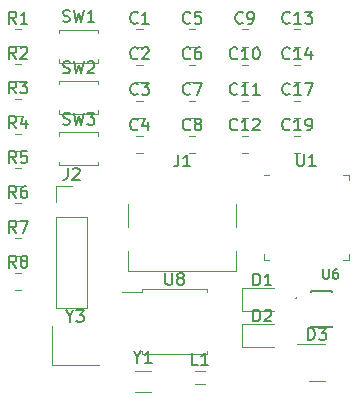
<source format=gbr>
%TF.GenerationSoftware,KiCad,Pcbnew,7.0.8*%
%TF.CreationDate,2023-10-22T22:03:38+02:00*%
%TF.ProjectId,Doodle Drive,446f6f64-6c65-4204-9472-6976652e6b69,1.0V*%
%TF.SameCoordinates,Original*%
%TF.FileFunction,Legend,Top*%
%TF.FilePolarity,Positive*%
%FSLAX46Y46*%
G04 Gerber Fmt 4.6, Leading zero omitted, Abs format (unit mm)*
G04 Created by KiCad (PCBNEW 7.0.8) date 2023-10-22 22:03:38*
%MOMM*%
%LPD*%
G01*
G04 APERTURE LIST*
%ADD10C,0.150000*%
%ADD11C,0.120000*%
%ADD12C,0.127000*%
%ADD13C,0.200000*%
G04 APERTURE END LIST*
D10*
X102789642Y-70719580D02*
X102742023Y-70767200D01*
X102742023Y-70767200D02*
X102599166Y-70814819D01*
X102599166Y-70814819D02*
X102503928Y-70814819D01*
X102503928Y-70814819D02*
X102361071Y-70767200D01*
X102361071Y-70767200D02*
X102265833Y-70671961D01*
X102265833Y-70671961D02*
X102218214Y-70576723D01*
X102218214Y-70576723D02*
X102170595Y-70386247D01*
X102170595Y-70386247D02*
X102170595Y-70243390D01*
X102170595Y-70243390D02*
X102218214Y-70052914D01*
X102218214Y-70052914D02*
X102265833Y-69957676D01*
X102265833Y-69957676D02*
X102361071Y-69862438D01*
X102361071Y-69862438D02*
X102503928Y-69814819D01*
X102503928Y-69814819D02*
X102599166Y-69814819D01*
X102599166Y-69814819D02*
X102742023Y-69862438D01*
X102742023Y-69862438D02*
X102789642Y-69910057D01*
X103742023Y-70814819D02*
X103170595Y-70814819D01*
X103456309Y-70814819D02*
X103456309Y-69814819D01*
X103456309Y-69814819D02*
X103361071Y-69957676D01*
X103361071Y-69957676D02*
X103265833Y-70052914D01*
X103265833Y-70052914D02*
X103170595Y-70100533D01*
X104361071Y-69814819D02*
X104456309Y-69814819D01*
X104456309Y-69814819D02*
X104551547Y-69862438D01*
X104551547Y-69862438D02*
X104599166Y-69910057D01*
X104599166Y-69910057D02*
X104646785Y-70005295D01*
X104646785Y-70005295D02*
X104694404Y-70195771D01*
X104694404Y-70195771D02*
X104694404Y-70433866D01*
X104694404Y-70433866D02*
X104646785Y-70624342D01*
X104646785Y-70624342D02*
X104599166Y-70719580D01*
X104599166Y-70719580D02*
X104551547Y-70767200D01*
X104551547Y-70767200D02*
X104456309Y-70814819D01*
X104456309Y-70814819D02*
X104361071Y-70814819D01*
X104361071Y-70814819D02*
X104265833Y-70767200D01*
X104265833Y-70767200D02*
X104218214Y-70719580D01*
X104218214Y-70719580D02*
X104170595Y-70624342D01*
X104170595Y-70624342D02*
X104122976Y-70433866D01*
X104122976Y-70433866D02*
X104122976Y-70195771D01*
X104122976Y-70195771D02*
X104170595Y-70005295D01*
X104170595Y-70005295D02*
X104218214Y-69910057D01*
X104218214Y-69910057D02*
X104265833Y-69862438D01*
X104265833Y-69862438D02*
X104361071Y-69814819D01*
X98815833Y-76739580D02*
X98768214Y-76787200D01*
X98768214Y-76787200D02*
X98625357Y-76834819D01*
X98625357Y-76834819D02*
X98530119Y-76834819D01*
X98530119Y-76834819D02*
X98387262Y-76787200D01*
X98387262Y-76787200D02*
X98292024Y-76691961D01*
X98292024Y-76691961D02*
X98244405Y-76596723D01*
X98244405Y-76596723D02*
X98196786Y-76406247D01*
X98196786Y-76406247D02*
X98196786Y-76263390D01*
X98196786Y-76263390D02*
X98244405Y-76072914D01*
X98244405Y-76072914D02*
X98292024Y-75977676D01*
X98292024Y-75977676D02*
X98387262Y-75882438D01*
X98387262Y-75882438D02*
X98530119Y-75834819D01*
X98530119Y-75834819D02*
X98625357Y-75834819D01*
X98625357Y-75834819D02*
X98768214Y-75882438D01*
X98768214Y-75882438D02*
X98815833Y-75930057D01*
X99387262Y-76263390D02*
X99292024Y-76215771D01*
X99292024Y-76215771D02*
X99244405Y-76168152D01*
X99244405Y-76168152D02*
X99196786Y-76072914D01*
X99196786Y-76072914D02*
X99196786Y-76025295D01*
X99196786Y-76025295D02*
X99244405Y-75930057D01*
X99244405Y-75930057D02*
X99292024Y-75882438D01*
X99292024Y-75882438D02*
X99387262Y-75834819D01*
X99387262Y-75834819D02*
X99577738Y-75834819D01*
X99577738Y-75834819D02*
X99672976Y-75882438D01*
X99672976Y-75882438D02*
X99720595Y-75930057D01*
X99720595Y-75930057D02*
X99768214Y-76025295D01*
X99768214Y-76025295D02*
X99768214Y-76072914D01*
X99768214Y-76072914D02*
X99720595Y-76168152D01*
X99720595Y-76168152D02*
X99672976Y-76215771D01*
X99672976Y-76215771D02*
X99577738Y-76263390D01*
X99577738Y-76263390D02*
X99387262Y-76263390D01*
X99387262Y-76263390D02*
X99292024Y-76311009D01*
X99292024Y-76311009D02*
X99244405Y-76358628D01*
X99244405Y-76358628D02*
X99196786Y-76453866D01*
X99196786Y-76453866D02*
X99196786Y-76644342D01*
X99196786Y-76644342D02*
X99244405Y-76739580D01*
X99244405Y-76739580D02*
X99292024Y-76787200D01*
X99292024Y-76787200D02*
X99387262Y-76834819D01*
X99387262Y-76834819D02*
X99577738Y-76834819D01*
X99577738Y-76834819D02*
X99672976Y-76787200D01*
X99672976Y-76787200D02*
X99720595Y-76739580D01*
X99720595Y-76739580D02*
X99768214Y-76644342D01*
X99768214Y-76644342D02*
X99768214Y-76453866D01*
X99768214Y-76453866D02*
X99720595Y-76358628D01*
X99720595Y-76358628D02*
X99672976Y-76311009D01*
X99672976Y-76311009D02*
X99577738Y-76263390D01*
X84085833Y-88454819D02*
X83752500Y-87978628D01*
X83514405Y-88454819D02*
X83514405Y-87454819D01*
X83514405Y-87454819D02*
X83895357Y-87454819D01*
X83895357Y-87454819D02*
X83990595Y-87502438D01*
X83990595Y-87502438D02*
X84038214Y-87550057D01*
X84038214Y-87550057D02*
X84085833Y-87645295D01*
X84085833Y-87645295D02*
X84085833Y-87788152D01*
X84085833Y-87788152D02*
X84038214Y-87883390D01*
X84038214Y-87883390D02*
X83990595Y-87931009D01*
X83990595Y-87931009D02*
X83895357Y-87978628D01*
X83895357Y-87978628D02*
X83514405Y-87978628D01*
X84657262Y-87883390D02*
X84562024Y-87835771D01*
X84562024Y-87835771D02*
X84514405Y-87788152D01*
X84514405Y-87788152D02*
X84466786Y-87692914D01*
X84466786Y-87692914D02*
X84466786Y-87645295D01*
X84466786Y-87645295D02*
X84514405Y-87550057D01*
X84514405Y-87550057D02*
X84562024Y-87502438D01*
X84562024Y-87502438D02*
X84657262Y-87454819D01*
X84657262Y-87454819D02*
X84847738Y-87454819D01*
X84847738Y-87454819D02*
X84942976Y-87502438D01*
X84942976Y-87502438D02*
X84990595Y-87550057D01*
X84990595Y-87550057D02*
X85038214Y-87645295D01*
X85038214Y-87645295D02*
X85038214Y-87692914D01*
X85038214Y-87692914D02*
X84990595Y-87788152D01*
X84990595Y-87788152D02*
X84942976Y-87835771D01*
X84942976Y-87835771D02*
X84847738Y-87883390D01*
X84847738Y-87883390D02*
X84657262Y-87883390D01*
X84657262Y-87883390D02*
X84562024Y-87931009D01*
X84562024Y-87931009D02*
X84514405Y-87978628D01*
X84514405Y-87978628D02*
X84466786Y-88073866D01*
X84466786Y-88073866D02*
X84466786Y-88264342D01*
X84466786Y-88264342D02*
X84514405Y-88359580D01*
X84514405Y-88359580D02*
X84562024Y-88407200D01*
X84562024Y-88407200D02*
X84657262Y-88454819D01*
X84657262Y-88454819D02*
X84847738Y-88454819D01*
X84847738Y-88454819D02*
X84942976Y-88407200D01*
X84942976Y-88407200D02*
X84990595Y-88359580D01*
X84990595Y-88359580D02*
X85038214Y-88264342D01*
X85038214Y-88264342D02*
X85038214Y-88073866D01*
X85038214Y-88073866D02*
X84990595Y-87978628D01*
X84990595Y-87978628D02*
X84942976Y-87931009D01*
X84942976Y-87931009D02*
X84847738Y-87883390D01*
X110090895Y-88608881D02*
X110090895Y-89256966D01*
X110090895Y-89256966D02*
X110129017Y-89333211D01*
X110129017Y-89333211D02*
X110167140Y-89371334D01*
X110167140Y-89371334D02*
X110243385Y-89409456D01*
X110243385Y-89409456D02*
X110395876Y-89409456D01*
X110395876Y-89409456D02*
X110472121Y-89371334D01*
X110472121Y-89371334D02*
X110510243Y-89333211D01*
X110510243Y-89333211D02*
X110548366Y-89256966D01*
X110548366Y-89256966D02*
X110548366Y-88608881D01*
X111272696Y-88608881D02*
X111120206Y-88608881D01*
X111120206Y-88608881D02*
X111043960Y-88647004D01*
X111043960Y-88647004D02*
X111005838Y-88685126D01*
X111005838Y-88685126D02*
X110929593Y-88799494D01*
X110929593Y-88799494D02*
X110891470Y-88951985D01*
X110891470Y-88951985D02*
X110891470Y-89256966D01*
X110891470Y-89256966D02*
X110929593Y-89333211D01*
X110929593Y-89333211D02*
X110967715Y-89371334D01*
X110967715Y-89371334D02*
X111043960Y-89409456D01*
X111043960Y-89409456D02*
X111196451Y-89409456D01*
X111196451Y-89409456D02*
X111272696Y-89371334D01*
X111272696Y-89371334D02*
X111310819Y-89333211D01*
X111310819Y-89333211D02*
X111348941Y-89256966D01*
X111348941Y-89256966D02*
X111348941Y-89066353D01*
X111348941Y-89066353D02*
X111310819Y-88990107D01*
X111310819Y-88990107D02*
X111272696Y-88951985D01*
X111272696Y-88951985D02*
X111196451Y-88913862D01*
X111196451Y-88913862D02*
X111043960Y-88913862D01*
X111043960Y-88913862D02*
X110967715Y-88951985D01*
X110967715Y-88951985D02*
X110929593Y-88990107D01*
X110929593Y-88990107D02*
X110891470Y-89066353D01*
X84085833Y-70754819D02*
X83752500Y-70278628D01*
X83514405Y-70754819D02*
X83514405Y-69754819D01*
X83514405Y-69754819D02*
X83895357Y-69754819D01*
X83895357Y-69754819D02*
X83990595Y-69802438D01*
X83990595Y-69802438D02*
X84038214Y-69850057D01*
X84038214Y-69850057D02*
X84085833Y-69945295D01*
X84085833Y-69945295D02*
X84085833Y-70088152D01*
X84085833Y-70088152D02*
X84038214Y-70183390D01*
X84038214Y-70183390D02*
X83990595Y-70231009D01*
X83990595Y-70231009D02*
X83895357Y-70278628D01*
X83895357Y-70278628D02*
X83514405Y-70278628D01*
X84466786Y-69850057D02*
X84514405Y-69802438D01*
X84514405Y-69802438D02*
X84609643Y-69754819D01*
X84609643Y-69754819D02*
X84847738Y-69754819D01*
X84847738Y-69754819D02*
X84942976Y-69802438D01*
X84942976Y-69802438D02*
X84990595Y-69850057D01*
X84990595Y-69850057D02*
X85038214Y-69945295D01*
X85038214Y-69945295D02*
X85038214Y-70040533D01*
X85038214Y-70040533D02*
X84990595Y-70183390D01*
X84990595Y-70183390D02*
X84419167Y-70754819D01*
X84419167Y-70754819D02*
X85038214Y-70754819D01*
X84085833Y-67804819D02*
X83752500Y-67328628D01*
X83514405Y-67804819D02*
X83514405Y-66804819D01*
X83514405Y-66804819D02*
X83895357Y-66804819D01*
X83895357Y-66804819D02*
X83990595Y-66852438D01*
X83990595Y-66852438D02*
X84038214Y-66900057D01*
X84038214Y-66900057D02*
X84085833Y-66995295D01*
X84085833Y-66995295D02*
X84085833Y-67138152D01*
X84085833Y-67138152D02*
X84038214Y-67233390D01*
X84038214Y-67233390D02*
X83990595Y-67281009D01*
X83990595Y-67281009D02*
X83895357Y-67328628D01*
X83895357Y-67328628D02*
X83514405Y-67328628D01*
X85038214Y-67804819D02*
X84466786Y-67804819D01*
X84752500Y-67804819D02*
X84752500Y-66804819D01*
X84752500Y-66804819D02*
X84657262Y-66947676D01*
X84657262Y-66947676D02*
X84562024Y-67042914D01*
X84562024Y-67042914D02*
X84466786Y-67090533D01*
X98815833Y-70719580D02*
X98768214Y-70767200D01*
X98768214Y-70767200D02*
X98625357Y-70814819D01*
X98625357Y-70814819D02*
X98530119Y-70814819D01*
X98530119Y-70814819D02*
X98387262Y-70767200D01*
X98387262Y-70767200D02*
X98292024Y-70671961D01*
X98292024Y-70671961D02*
X98244405Y-70576723D01*
X98244405Y-70576723D02*
X98196786Y-70386247D01*
X98196786Y-70386247D02*
X98196786Y-70243390D01*
X98196786Y-70243390D02*
X98244405Y-70052914D01*
X98244405Y-70052914D02*
X98292024Y-69957676D01*
X98292024Y-69957676D02*
X98387262Y-69862438D01*
X98387262Y-69862438D02*
X98530119Y-69814819D01*
X98530119Y-69814819D02*
X98625357Y-69814819D01*
X98625357Y-69814819D02*
X98768214Y-69862438D01*
X98768214Y-69862438D02*
X98815833Y-69910057D01*
X99672976Y-69814819D02*
X99482500Y-69814819D01*
X99482500Y-69814819D02*
X99387262Y-69862438D01*
X99387262Y-69862438D02*
X99339643Y-69910057D01*
X99339643Y-69910057D02*
X99244405Y-70052914D01*
X99244405Y-70052914D02*
X99196786Y-70243390D01*
X99196786Y-70243390D02*
X99196786Y-70624342D01*
X99196786Y-70624342D02*
X99244405Y-70719580D01*
X99244405Y-70719580D02*
X99292024Y-70767200D01*
X99292024Y-70767200D02*
X99387262Y-70814819D01*
X99387262Y-70814819D02*
X99577738Y-70814819D01*
X99577738Y-70814819D02*
X99672976Y-70767200D01*
X99672976Y-70767200D02*
X99720595Y-70719580D01*
X99720595Y-70719580D02*
X99768214Y-70624342D01*
X99768214Y-70624342D02*
X99768214Y-70386247D01*
X99768214Y-70386247D02*
X99720595Y-70291009D01*
X99720595Y-70291009D02*
X99672976Y-70243390D01*
X99672976Y-70243390D02*
X99577738Y-70195771D01*
X99577738Y-70195771D02*
X99387262Y-70195771D01*
X99387262Y-70195771D02*
X99292024Y-70243390D01*
X99292024Y-70243390D02*
X99244405Y-70291009D01*
X99244405Y-70291009D02*
X99196786Y-70386247D01*
X94356309Y-96068628D02*
X94356309Y-96544819D01*
X94022976Y-95544819D02*
X94356309Y-96068628D01*
X94356309Y-96068628D02*
X94689642Y-95544819D01*
X95546785Y-96544819D02*
X94975357Y-96544819D01*
X95261071Y-96544819D02*
X95261071Y-95544819D01*
X95261071Y-95544819D02*
X95165833Y-95687676D01*
X95165833Y-95687676D02*
X95070595Y-95782914D01*
X95070595Y-95782914D02*
X94975357Y-95830533D01*
X104164405Y-89969819D02*
X104164405Y-88969819D01*
X104164405Y-88969819D02*
X104402500Y-88969819D01*
X104402500Y-88969819D02*
X104545357Y-89017438D01*
X104545357Y-89017438D02*
X104640595Y-89112676D01*
X104640595Y-89112676D02*
X104688214Y-89207914D01*
X104688214Y-89207914D02*
X104735833Y-89398390D01*
X104735833Y-89398390D02*
X104735833Y-89541247D01*
X104735833Y-89541247D02*
X104688214Y-89731723D01*
X104688214Y-89731723D02*
X104640595Y-89826961D01*
X104640595Y-89826961D02*
X104545357Y-89922200D01*
X104545357Y-89922200D02*
X104402500Y-89969819D01*
X104402500Y-89969819D02*
X104164405Y-89969819D01*
X105688214Y-89969819D02*
X105116786Y-89969819D01*
X105402500Y-89969819D02*
X105402500Y-88969819D01*
X105402500Y-88969819D02*
X105307262Y-89112676D01*
X105307262Y-89112676D02*
X105212024Y-89207914D01*
X105212024Y-89207914D02*
X105116786Y-89255533D01*
X94365833Y-76739580D02*
X94318214Y-76787200D01*
X94318214Y-76787200D02*
X94175357Y-76834819D01*
X94175357Y-76834819D02*
X94080119Y-76834819D01*
X94080119Y-76834819D02*
X93937262Y-76787200D01*
X93937262Y-76787200D02*
X93842024Y-76691961D01*
X93842024Y-76691961D02*
X93794405Y-76596723D01*
X93794405Y-76596723D02*
X93746786Y-76406247D01*
X93746786Y-76406247D02*
X93746786Y-76263390D01*
X93746786Y-76263390D02*
X93794405Y-76072914D01*
X93794405Y-76072914D02*
X93842024Y-75977676D01*
X93842024Y-75977676D02*
X93937262Y-75882438D01*
X93937262Y-75882438D02*
X94080119Y-75834819D01*
X94080119Y-75834819D02*
X94175357Y-75834819D01*
X94175357Y-75834819D02*
X94318214Y-75882438D01*
X94318214Y-75882438D02*
X94365833Y-75930057D01*
X95222976Y-76168152D02*
X95222976Y-76834819D01*
X94984881Y-75787200D02*
X94746786Y-76501485D01*
X94746786Y-76501485D02*
X95365833Y-76501485D01*
X107239642Y-73729580D02*
X107192023Y-73777200D01*
X107192023Y-73777200D02*
X107049166Y-73824819D01*
X107049166Y-73824819D02*
X106953928Y-73824819D01*
X106953928Y-73824819D02*
X106811071Y-73777200D01*
X106811071Y-73777200D02*
X106715833Y-73681961D01*
X106715833Y-73681961D02*
X106668214Y-73586723D01*
X106668214Y-73586723D02*
X106620595Y-73396247D01*
X106620595Y-73396247D02*
X106620595Y-73253390D01*
X106620595Y-73253390D02*
X106668214Y-73062914D01*
X106668214Y-73062914D02*
X106715833Y-72967676D01*
X106715833Y-72967676D02*
X106811071Y-72872438D01*
X106811071Y-72872438D02*
X106953928Y-72824819D01*
X106953928Y-72824819D02*
X107049166Y-72824819D01*
X107049166Y-72824819D02*
X107192023Y-72872438D01*
X107192023Y-72872438D02*
X107239642Y-72920057D01*
X108192023Y-73824819D02*
X107620595Y-73824819D01*
X107906309Y-73824819D02*
X107906309Y-72824819D01*
X107906309Y-72824819D02*
X107811071Y-72967676D01*
X107811071Y-72967676D02*
X107715833Y-73062914D01*
X107715833Y-73062914D02*
X107620595Y-73110533D01*
X108525357Y-72824819D02*
X109192023Y-72824819D01*
X109192023Y-72824819D02*
X108763452Y-73824819D01*
X103265833Y-67709580D02*
X103218214Y-67757200D01*
X103218214Y-67757200D02*
X103075357Y-67804819D01*
X103075357Y-67804819D02*
X102980119Y-67804819D01*
X102980119Y-67804819D02*
X102837262Y-67757200D01*
X102837262Y-67757200D02*
X102742024Y-67661961D01*
X102742024Y-67661961D02*
X102694405Y-67566723D01*
X102694405Y-67566723D02*
X102646786Y-67376247D01*
X102646786Y-67376247D02*
X102646786Y-67233390D01*
X102646786Y-67233390D02*
X102694405Y-67042914D01*
X102694405Y-67042914D02*
X102742024Y-66947676D01*
X102742024Y-66947676D02*
X102837262Y-66852438D01*
X102837262Y-66852438D02*
X102980119Y-66804819D01*
X102980119Y-66804819D02*
X103075357Y-66804819D01*
X103075357Y-66804819D02*
X103218214Y-66852438D01*
X103218214Y-66852438D02*
X103265833Y-66900057D01*
X103742024Y-67804819D02*
X103932500Y-67804819D01*
X103932500Y-67804819D02*
X104027738Y-67757200D01*
X104027738Y-67757200D02*
X104075357Y-67709580D01*
X104075357Y-67709580D02*
X104170595Y-67566723D01*
X104170595Y-67566723D02*
X104218214Y-67376247D01*
X104218214Y-67376247D02*
X104218214Y-66995295D01*
X104218214Y-66995295D02*
X104170595Y-66900057D01*
X104170595Y-66900057D02*
X104122976Y-66852438D01*
X104122976Y-66852438D02*
X104027738Y-66804819D01*
X104027738Y-66804819D02*
X103837262Y-66804819D01*
X103837262Y-66804819D02*
X103742024Y-66852438D01*
X103742024Y-66852438D02*
X103694405Y-66900057D01*
X103694405Y-66900057D02*
X103646786Y-66995295D01*
X103646786Y-66995295D02*
X103646786Y-67233390D01*
X103646786Y-67233390D02*
X103694405Y-67328628D01*
X103694405Y-67328628D02*
X103742024Y-67376247D01*
X103742024Y-67376247D02*
X103837262Y-67423866D01*
X103837262Y-67423866D02*
X104027738Y-67423866D01*
X104027738Y-67423866D02*
X104122976Y-67376247D01*
X104122976Y-67376247D02*
X104170595Y-67328628D01*
X104170595Y-67328628D02*
X104218214Y-67233390D01*
X84085833Y-82554819D02*
X83752500Y-82078628D01*
X83514405Y-82554819D02*
X83514405Y-81554819D01*
X83514405Y-81554819D02*
X83895357Y-81554819D01*
X83895357Y-81554819D02*
X83990595Y-81602438D01*
X83990595Y-81602438D02*
X84038214Y-81650057D01*
X84038214Y-81650057D02*
X84085833Y-81745295D01*
X84085833Y-81745295D02*
X84085833Y-81888152D01*
X84085833Y-81888152D02*
X84038214Y-81983390D01*
X84038214Y-81983390D02*
X83990595Y-82031009D01*
X83990595Y-82031009D02*
X83895357Y-82078628D01*
X83895357Y-82078628D02*
X83514405Y-82078628D01*
X84942976Y-81554819D02*
X84752500Y-81554819D01*
X84752500Y-81554819D02*
X84657262Y-81602438D01*
X84657262Y-81602438D02*
X84609643Y-81650057D01*
X84609643Y-81650057D02*
X84514405Y-81792914D01*
X84514405Y-81792914D02*
X84466786Y-81983390D01*
X84466786Y-81983390D02*
X84466786Y-82364342D01*
X84466786Y-82364342D02*
X84514405Y-82459580D01*
X84514405Y-82459580D02*
X84562024Y-82507200D01*
X84562024Y-82507200D02*
X84657262Y-82554819D01*
X84657262Y-82554819D02*
X84847738Y-82554819D01*
X84847738Y-82554819D02*
X84942976Y-82507200D01*
X84942976Y-82507200D02*
X84990595Y-82459580D01*
X84990595Y-82459580D02*
X85038214Y-82364342D01*
X85038214Y-82364342D02*
X85038214Y-82126247D01*
X85038214Y-82126247D02*
X84990595Y-82031009D01*
X84990595Y-82031009D02*
X84942976Y-81983390D01*
X84942976Y-81983390D02*
X84847738Y-81935771D01*
X84847738Y-81935771D02*
X84657262Y-81935771D01*
X84657262Y-81935771D02*
X84562024Y-81983390D01*
X84562024Y-81983390D02*
X84514405Y-82031009D01*
X84514405Y-82031009D02*
X84466786Y-82126247D01*
X102789642Y-76739580D02*
X102742023Y-76787200D01*
X102742023Y-76787200D02*
X102599166Y-76834819D01*
X102599166Y-76834819D02*
X102503928Y-76834819D01*
X102503928Y-76834819D02*
X102361071Y-76787200D01*
X102361071Y-76787200D02*
X102265833Y-76691961D01*
X102265833Y-76691961D02*
X102218214Y-76596723D01*
X102218214Y-76596723D02*
X102170595Y-76406247D01*
X102170595Y-76406247D02*
X102170595Y-76263390D01*
X102170595Y-76263390D02*
X102218214Y-76072914D01*
X102218214Y-76072914D02*
X102265833Y-75977676D01*
X102265833Y-75977676D02*
X102361071Y-75882438D01*
X102361071Y-75882438D02*
X102503928Y-75834819D01*
X102503928Y-75834819D02*
X102599166Y-75834819D01*
X102599166Y-75834819D02*
X102742023Y-75882438D01*
X102742023Y-75882438D02*
X102789642Y-75930057D01*
X103742023Y-76834819D02*
X103170595Y-76834819D01*
X103456309Y-76834819D02*
X103456309Y-75834819D01*
X103456309Y-75834819D02*
X103361071Y-75977676D01*
X103361071Y-75977676D02*
X103265833Y-76072914D01*
X103265833Y-76072914D02*
X103170595Y-76120533D01*
X104122976Y-75930057D02*
X104170595Y-75882438D01*
X104170595Y-75882438D02*
X104265833Y-75834819D01*
X104265833Y-75834819D02*
X104503928Y-75834819D01*
X104503928Y-75834819D02*
X104599166Y-75882438D01*
X104599166Y-75882438D02*
X104646785Y-75930057D01*
X104646785Y-75930057D02*
X104694404Y-76025295D01*
X104694404Y-76025295D02*
X104694404Y-76120533D01*
X104694404Y-76120533D02*
X104646785Y-76263390D01*
X104646785Y-76263390D02*
X104075357Y-76834819D01*
X104075357Y-76834819D02*
X104694404Y-76834819D01*
X97819166Y-78894819D02*
X97819166Y-79609104D01*
X97819166Y-79609104D02*
X97771547Y-79751961D01*
X97771547Y-79751961D02*
X97676309Y-79847200D01*
X97676309Y-79847200D02*
X97533452Y-79894819D01*
X97533452Y-79894819D02*
X97438214Y-79894819D01*
X98819166Y-79894819D02*
X98247738Y-79894819D01*
X98533452Y-79894819D02*
X98533452Y-78894819D01*
X98533452Y-78894819D02*
X98438214Y-79037676D01*
X98438214Y-79037676D02*
X98342976Y-79132914D01*
X98342976Y-79132914D02*
X98247738Y-79180533D01*
X107239642Y-67709580D02*
X107192023Y-67757200D01*
X107192023Y-67757200D02*
X107049166Y-67804819D01*
X107049166Y-67804819D02*
X106953928Y-67804819D01*
X106953928Y-67804819D02*
X106811071Y-67757200D01*
X106811071Y-67757200D02*
X106715833Y-67661961D01*
X106715833Y-67661961D02*
X106668214Y-67566723D01*
X106668214Y-67566723D02*
X106620595Y-67376247D01*
X106620595Y-67376247D02*
X106620595Y-67233390D01*
X106620595Y-67233390D02*
X106668214Y-67042914D01*
X106668214Y-67042914D02*
X106715833Y-66947676D01*
X106715833Y-66947676D02*
X106811071Y-66852438D01*
X106811071Y-66852438D02*
X106953928Y-66804819D01*
X106953928Y-66804819D02*
X107049166Y-66804819D01*
X107049166Y-66804819D02*
X107192023Y-66852438D01*
X107192023Y-66852438D02*
X107239642Y-66900057D01*
X108192023Y-67804819D02*
X107620595Y-67804819D01*
X107906309Y-67804819D02*
X107906309Y-66804819D01*
X107906309Y-66804819D02*
X107811071Y-66947676D01*
X107811071Y-66947676D02*
X107715833Y-67042914D01*
X107715833Y-67042914D02*
X107620595Y-67090533D01*
X108525357Y-66804819D02*
X109144404Y-66804819D01*
X109144404Y-66804819D02*
X108811071Y-67185771D01*
X108811071Y-67185771D02*
X108953928Y-67185771D01*
X108953928Y-67185771D02*
X109049166Y-67233390D01*
X109049166Y-67233390D02*
X109096785Y-67281009D01*
X109096785Y-67281009D02*
X109144404Y-67376247D01*
X109144404Y-67376247D02*
X109144404Y-67614342D01*
X109144404Y-67614342D02*
X109096785Y-67709580D01*
X109096785Y-67709580D02*
X109049166Y-67757200D01*
X109049166Y-67757200D02*
X108953928Y-67804819D01*
X108953928Y-67804819D02*
X108668214Y-67804819D01*
X108668214Y-67804819D02*
X108572976Y-67757200D01*
X108572976Y-67757200D02*
X108525357Y-67709580D01*
X99465833Y-96694819D02*
X98989643Y-96694819D01*
X98989643Y-96694819D02*
X98989643Y-95694819D01*
X100322976Y-96694819D02*
X99751548Y-96694819D01*
X100037262Y-96694819D02*
X100037262Y-95694819D01*
X100037262Y-95694819D02*
X99942024Y-95837676D01*
X99942024Y-95837676D02*
X99846786Y-95932914D01*
X99846786Y-95932914D02*
X99751548Y-95980533D01*
X102789642Y-73729580D02*
X102742023Y-73777200D01*
X102742023Y-73777200D02*
X102599166Y-73824819D01*
X102599166Y-73824819D02*
X102503928Y-73824819D01*
X102503928Y-73824819D02*
X102361071Y-73777200D01*
X102361071Y-73777200D02*
X102265833Y-73681961D01*
X102265833Y-73681961D02*
X102218214Y-73586723D01*
X102218214Y-73586723D02*
X102170595Y-73396247D01*
X102170595Y-73396247D02*
X102170595Y-73253390D01*
X102170595Y-73253390D02*
X102218214Y-73062914D01*
X102218214Y-73062914D02*
X102265833Y-72967676D01*
X102265833Y-72967676D02*
X102361071Y-72872438D01*
X102361071Y-72872438D02*
X102503928Y-72824819D01*
X102503928Y-72824819D02*
X102599166Y-72824819D01*
X102599166Y-72824819D02*
X102742023Y-72872438D01*
X102742023Y-72872438D02*
X102789642Y-72920057D01*
X103742023Y-73824819D02*
X103170595Y-73824819D01*
X103456309Y-73824819D02*
X103456309Y-72824819D01*
X103456309Y-72824819D02*
X103361071Y-72967676D01*
X103361071Y-72967676D02*
X103265833Y-73062914D01*
X103265833Y-73062914D02*
X103170595Y-73110533D01*
X104694404Y-73824819D02*
X104122976Y-73824819D01*
X104408690Y-73824819D02*
X104408690Y-72824819D01*
X104408690Y-72824819D02*
X104313452Y-72967676D01*
X104313452Y-72967676D02*
X104218214Y-73062914D01*
X104218214Y-73062914D02*
X104122976Y-73110533D01*
X98815833Y-73729580D02*
X98768214Y-73777200D01*
X98768214Y-73777200D02*
X98625357Y-73824819D01*
X98625357Y-73824819D02*
X98530119Y-73824819D01*
X98530119Y-73824819D02*
X98387262Y-73777200D01*
X98387262Y-73777200D02*
X98292024Y-73681961D01*
X98292024Y-73681961D02*
X98244405Y-73586723D01*
X98244405Y-73586723D02*
X98196786Y-73396247D01*
X98196786Y-73396247D02*
X98196786Y-73253390D01*
X98196786Y-73253390D02*
X98244405Y-73062914D01*
X98244405Y-73062914D02*
X98292024Y-72967676D01*
X98292024Y-72967676D02*
X98387262Y-72872438D01*
X98387262Y-72872438D02*
X98530119Y-72824819D01*
X98530119Y-72824819D02*
X98625357Y-72824819D01*
X98625357Y-72824819D02*
X98768214Y-72872438D01*
X98768214Y-72872438D02*
X98815833Y-72920057D01*
X99149167Y-72824819D02*
X99815833Y-72824819D01*
X99815833Y-72824819D02*
X99387262Y-73824819D01*
X104164405Y-93009819D02*
X104164405Y-92009819D01*
X104164405Y-92009819D02*
X104402500Y-92009819D01*
X104402500Y-92009819D02*
X104545357Y-92057438D01*
X104545357Y-92057438D02*
X104640595Y-92152676D01*
X104640595Y-92152676D02*
X104688214Y-92247914D01*
X104688214Y-92247914D02*
X104735833Y-92438390D01*
X104735833Y-92438390D02*
X104735833Y-92581247D01*
X104735833Y-92581247D02*
X104688214Y-92771723D01*
X104688214Y-92771723D02*
X104640595Y-92866961D01*
X104640595Y-92866961D02*
X104545357Y-92962200D01*
X104545357Y-92962200D02*
X104402500Y-93009819D01*
X104402500Y-93009819D02*
X104164405Y-93009819D01*
X105116786Y-92105057D02*
X105164405Y-92057438D01*
X105164405Y-92057438D02*
X105259643Y-92009819D01*
X105259643Y-92009819D02*
X105497738Y-92009819D01*
X105497738Y-92009819D02*
X105592976Y-92057438D01*
X105592976Y-92057438D02*
X105640595Y-92105057D01*
X105640595Y-92105057D02*
X105688214Y-92200295D01*
X105688214Y-92200295D02*
X105688214Y-92295533D01*
X105688214Y-92295533D02*
X105640595Y-92438390D01*
X105640595Y-92438390D02*
X105069167Y-93009819D01*
X105069167Y-93009819D02*
X105688214Y-93009819D01*
X84085833Y-79604819D02*
X83752500Y-79128628D01*
X83514405Y-79604819D02*
X83514405Y-78604819D01*
X83514405Y-78604819D02*
X83895357Y-78604819D01*
X83895357Y-78604819D02*
X83990595Y-78652438D01*
X83990595Y-78652438D02*
X84038214Y-78700057D01*
X84038214Y-78700057D02*
X84085833Y-78795295D01*
X84085833Y-78795295D02*
X84085833Y-78938152D01*
X84085833Y-78938152D02*
X84038214Y-79033390D01*
X84038214Y-79033390D02*
X83990595Y-79081009D01*
X83990595Y-79081009D02*
X83895357Y-79128628D01*
X83895357Y-79128628D02*
X83514405Y-79128628D01*
X84990595Y-78604819D02*
X84514405Y-78604819D01*
X84514405Y-78604819D02*
X84466786Y-79081009D01*
X84466786Y-79081009D02*
X84514405Y-79033390D01*
X84514405Y-79033390D02*
X84609643Y-78985771D01*
X84609643Y-78985771D02*
X84847738Y-78985771D01*
X84847738Y-78985771D02*
X84942976Y-79033390D01*
X84942976Y-79033390D02*
X84990595Y-79081009D01*
X84990595Y-79081009D02*
X85038214Y-79176247D01*
X85038214Y-79176247D02*
X85038214Y-79414342D01*
X85038214Y-79414342D02*
X84990595Y-79509580D01*
X84990595Y-79509580D02*
X84942976Y-79557200D01*
X84942976Y-79557200D02*
X84847738Y-79604819D01*
X84847738Y-79604819D02*
X84609643Y-79604819D01*
X84609643Y-79604819D02*
X84514405Y-79557200D01*
X84514405Y-79557200D02*
X84466786Y-79509580D01*
X94365833Y-67709580D02*
X94318214Y-67757200D01*
X94318214Y-67757200D02*
X94175357Y-67804819D01*
X94175357Y-67804819D02*
X94080119Y-67804819D01*
X94080119Y-67804819D02*
X93937262Y-67757200D01*
X93937262Y-67757200D02*
X93842024Y-67661961D01*
X93842024Y-67661961D02*
X93794405Y-67566723D01*
X93794405Y-67566723D02*
X93746786Y-67376247D01*
X93746786Y-67376247D02*
X93746786Y-67233390D01*
X93746786Y-67233390D02*
X93794405Y-67042914D01*
X93794405Y-67042914D02*
X93842024Y-66947676D01*
X93842024Y-66947676D02*
X93937262Y-66852438D01*
X93937262Y-66852438D02*
X94080119Y-66804819D01*
X94080119Y-66804819D02*
X94175357Y-66804819D01*
X94175357Y-66804819D02*
X94318214Y-66852438D01*
X94318214Y-66852438D02*
X94365833Y-66900057D01*
X95318214Y-67804819D02*
X94746786Y-67804819D01*
X95032500Y-67804819D02*
X95032500Y-66804819D01*
X95032500Y-66804819D02*
X94937262Y-66947676D01*
X94937262Y-66947676D02*
X94842024Y-67042914D01*
X94842024Y-67042914D02*
X94746786Y-67090533D01*
X107239642Y-70719580D02*
X107192023Y-70767200D01*
X107192023Y-70767200D02*
X107049166Y-70814819D01*
X107049166Y-70814819D02*
X106953928Y-70814819D01*
X106953928Y-70814819D02*
X106811071Y-70767200D01*
X106811071Y-70767200D02*
X106715833Y-70671961D01*
X106715833Y-70671961D02*
X106668214Y-70576723D01*
X106668214Y-70576723D02*
X106620595Y-70386247D01*
X106620595Y-70386247D02*
X106620595Y-70243390D01*
X106620595Y-70243390D02*
X106668214Y-70052914D01*
X106668214Y-70052914D02*
X106715833Y-69957676D01*
X106715833Y-69957676D02*
X106811071Y-69862438D01*
X106811071Y-69862438D02*
X106953928Y-69814819D01*
X106953928Y-69814819D02*
X107049166Y-69814819D01*
X107049166Y-69814819D02*
X107192023Y-69862438D01*
X107192023Y-69862438D02*
X107239642Y-69910057D01*
X108192023Y-70814819D02*
X107620595Y-70814819D01*
X107906309Y-70814819D02*
X107906309Y-69814819D01*
X107906309Y-69814819D02*
X107811071Y-69957676D01*
X107811071Y-69957676D02*
X107715833Y-70052914D01*
X107715833Y-70052914D02*
X107620595Y-70100533D01*
X109049166Y-70148152D02*
X109049166Y-70814819D01*
X108811071Y-69767200D02*
X108572976Y-70481485D01*
X108572976Y-70481485D02*
X109192023Y-70481485D01*
X88049167Y-71957200D02*
X88192024Y-72004819D01*
X88192024Y-72004819D02*
X88430119Y-72004819D01*
X88430119Y-72004819D02*
X88525357Y-71957200D01*
X88525357Y-71957200D02*
X88572976Y-71909580D01*
X88572976Y-71909580D02*
X88620595Y-71814342D01*
X88620595Y-71814342D02*
X88620595Y-71719104D01*
X88620595Y-71719104D02*
X88572976Y-71623866D01*
X88572976Y-71623866D02*
X88525357Y-71576247D01*
X88525357Y-71576247D02*
X88430119Y-71528628D01*
X88430119Y-71528628D02*
X88239643Y-71481009D01*
X88239643Y-71481009D02*
X88144405Y-71433390D01*
X88144405Y-71433390D02*
X88096786Y-71385771D01*
X88096786Y-71385771D02*
X88049167Y-71290533D01*
X88049167Y-71290533D02*
X88049167Y-71195295D01*
X88049167Y-71195295D02*
X88096786Y-71100057D01*
X88096786Y-71100057D02*
X88144405Y-71052438D01*
X88144405Y-71052438D02*
X88239643Y-71004819D01*
X88239643Y-71004819D02*
X88477738Y-71004819D01*
X88477738Y-71004819D02*
X88620595Y-71052438D01*
X88953929Y-71004819D02*
X89192024Y-72004819D01*
X89192024Y-72004819D02*
X89382500Y-71290533D01*
X89382500Y-71290533D02*
X89572976Y-72004819D01*
X89572976Y-72004819D02*
X89811072Y-71004819D01*
X90144405Y-71100057D02*
X90192024Y-71052438D01*
X90192024Y-71052438D02*
X90287262Y-71004819D01*
X90287262Y-71004819D02*
X90525357Y-71004819D01*
X90525357Y-71004819D02*
X90620595Y-71052438D01*
X90620595Y-71052438D02*
X90668214Y-71100057D01*
X90668214Y-71100057D02*
X90715833Y-71195295D01*
X90715833Y-71195295D02*
X90715833Y-71290533D01*
X90715833Y-71290533D02*
X90668214Y-71433390D01*
X90668214Y-71433390D02*
X90096786Y-72004819D01*
X90096786Y-72004819D02*
X90715833Y-72004819D01*
X94365833Y-73729580D02*
X94318214Y-73777200D01*
X94318214Y-73777200D02*
X94175357Y-73824819D01*
X94175357Y-73824819D02*
X94080119Y-73824819D01*
X94080119Y-73824819D02*
X93937262Y-73777200D01*
X93937262Y-73777200D02*
X93842024Y-73681961D01*
X93842024Y-73681961D02*
X93794405Y-73586723D01*
X93794405Y-73586723D02*
X93746786Y-73396247D01*
X93746786Y-73396247D02*
X93746786Y-73253390D01*
X93746786Y-73253390D02*
X93794405Y-73062914D01*
X93794405Y-73062914D02*
X93842024Y-72967676D01*
X93842024Y-72967676D02*
X93937262Y-72872438D01*
X93937262Y-72872438D02*
X94080119Y-72824819D01*
X94080119Y-72824819D02*
X94175357Y-72824819D01*
X94175357Y-72824819D02*
X94318214Y-72872438D01*
X94318214Y-72872438D02*
X94365833Y-72920057D01*
X94699167Y-72824819D02*
X95318214Y-72824819D01*
X95318214Y-72824819D02*
X94984881Y-73205771D01*
X94984881Y-73205771D02*
X95127738Y-73205771D01*
X95127738Y-73205771D02*
X95222976Y-73253390D01*
X95222976Y-73253390D02*
X95270595Y-73301009D01*
X95270595Y-73301009D02*
X95318214Y-73396247D01*
X95318214Y-73396247D02*
X95318214Y-73634342D01*
X95318214Y-73634342D02*
X95270595Y-73729580D01*
X95270595Y-73729580D02*
X95222976Y-73777200D01*
X95222976Y-73777200D02*
X95127738Y-73824819D01*
X95127738Y-73824819D02*
X94842024Y-73824819D01*
X94842024Y-73824819D02*
X94746786Y-73777200D01*
X94746786Y-73777200D02*
X94699167Y-73729580D01*
X98815833Y-67709580D02*
X98768214Y-67757200D01*
X98768214Y-67757200D02*
X98625357Y-67804819D01*
X98625357Y-67804819D02*
X98530119Y-67804819D01*
X98530119Y-67804819D02*
X98387262Y-67757200D01*
X98387262Y-67757200D02*
X98292024Y-67661961D01*
X98292024Y-67661961D02*
X98244405Y-67566723D01*
X98244405Y-67566723D02*
X98196786Y-67376247D01*
X98196786Y-67376247D02*
X98196786Y-67233390D01*
X98196786Y-67233390D02*
X98244405Y-67042914D01*
X98244405Y-67042914D02*
X98292024Y-66947676D01*
X98292024Y-66947676D02*
X98387262Y-66852438D01*
X98387262Y-66852438D02*
X98530119Y-66804819D01*
X98530119Y-66804819D02*
X98625357Y-66804819D01*
X98625357Y-66804819D02*
X98768214Y-66852438D01*
X98768214Y-66852438D02*
X98815833Y-66900057D01*
X99720595Y-66804819D02*
X99244405Y-66804819D01*
X99244405Y-66804819D02*
X99196786Y-67281009D01*
X99196786Y-67281009D02*
X99244405Y-67233390D01*
X99244405Y-67233390D02*
X99339643Y-67185771D01*
X99339643Y-67185771D02*
X99577738Y-67185771D01*
X99577738Y-67185771D02*
X99672976Y-67233390D01*
X99672976Y-67233390D02*
X99720595Y-67281009D01*
X99720595Y-67281009D02*
X99768214Y-67376247D01*
X99768214Y-67376247D02*
X99768214Y-67614342D01*
X99768214Y-67614342D02*
X99720595Y-67709580D01*
X99720595Y-67709580D02*
X99672976Y-67757200D01*
X99672976Y-67757200D02*
X99577738Y-67804819D01*
X99577738Y-67804819D02*
X99339643Y-67804819D01*
X99339643Y-67804819D02*
X99244405Y-67757200D01*
X99244405Y-67757200D02*
X99196786Y-67709580D01*
X94365833Y-70719580D02*
X94318214Y-70767200D01*
X94318214Y-70767200D02*
X94175357Y-70814819D01*
X94175357Y-70814819D02*
X94080119Y-70814819D01*
X94080119Y-70814819D02*
X93937262Y-70767200D01*
X93937262Y-70767200D02*
X93842024Y-70671961D01*
X93842024Y-70671961D02*
X93794405Y-70576723D01*
X93794405Y-70576723D02*
X93746786Y-70386247D01*
X93746786Y-70386247D02*
X93746786Y-70243390D01*
X93746786Y-70243390D02*
X93794405Y-70052914D01*
X93794405Y-70052914D02*
X93842024Y-69957676D01*
X93842024Y-69957676D02*
X93937262Y-69862438D01*
X93937262Y-69862438D02*
X94080119Y-69814819D01*
X94080119Y-69814819D02*
X94175357Y-69814819D01*
X94175357Y-69814819D02*
X94318214Y-69862438D01*
X94318214Y-69862438D02*
X94365833Y-69910057D01*
X94746786Y-69910057D02*
X94794405Y-69862438D01*
X94794405Y-69862438D02*
X94889643Y-69814819D01*
X94889643Y-69814819D02*
X95127738Y-69814819D01*
X95127738Y-69814819D02*
X95222976Y-69862438D01*
X95222976Y-69862438D02*
X95270595Y-69910057D01*
X95270595Y-69910057D02*
X95318214Y-70005295D01*
X95318214Y-70005295D02*
X95318214Y-70100533D01*
X95318214Y-70100533D02*
X95270595Y-70243390D01*
X95270595Y-70243390D02*
X94699167Y-70814819D01*
X94699167Y-70814819D02*
X95318214Y-70814819D01*
X107880595Y-78844819D02*
X107880595Y-79654342D01*
X107880595Y-79654342D02*
X107928214Y-79749580D01*
X107928214Y-79749580D02*
X107975833Y-79797200D01*
X107975833Y-79797200D02*
X108071071Y-79844819D01*
X108071071Y-79844819D02*
X108261547Y-79844819D01*
X108261547Y-79844819D02*
X108356785Y-79797200D01*
X108356785Y-79797200D02*
X108404404Y-79749580D01*
X108404404Y-79749580D02*
X108452023Y-79654342D01*
X108452023Y-79654342D02*
X108452023Y-78844819D01*
X109452023Y-79844819D02*
X108880595Y-79844819D01*
X109166309Y-79844819D02*
X109166309Y-78844819D01*
X109166309Y-78844819D02*
X109071071Y-78987676D01*
X109071071Y-78987676D02*
X108975833Y-79082914D01*
X108975833Y-79082914D02*
X108880595Y-79130533D01*
X88049167Y-67607200D02*
X88192024Y-67654819D01*
X88192024Y-67654819D02*
X88430119Y-67654819D01*
X88430119Y-67654819D02*
X88525357Y-67607200D01*
X88525357Y-67607200D02*
X88572976Y-67559580D01*
X88572976Y-67559580D02*
X88620595Y-67464342D01*
X88620595Y-67464342D02*
X88620595Y-67369104D01*
X88620595Y-67369104D02*
X88572976Y-67273866D01*
X88572976Y-67273866D02*
X88525357Y-67226247D01*
X88525357Y-67226247D02*
X88430119Y-67178628D01*
X88430119Y-67178628D02*
X88239643Y-67131009D01*
X88239643Y-67131009D02*
X88144405Y-67083390D01*
X88144405Y-67083390D02*
X88096786Y-67035771D01*
X88096786Y-67035771D02*
X88049167Y-66940533D01*
X88049167Y-66940533D02*
X88049167Y-66845295D01*
X88049167Y-66845295D02*
X88096786Y-66750057D01*
X88096786Y-66750057D02*
X88144405Y-66702438D01*
X88144405Y-66702438D02*
X88239643Y-66654819D01*
X88239643Y-66654819D02*
X88477738Y-66654819D01*
X88477738Y-66654819D02*
X88620595Y-66702438D01*
X88953929Y-66654819D02*
X89192024Y-67654819D01*
X89192024Y-67654819D02*
X89382500Y-66940533D01*
X89382500Y-66940533D02*
X89572976Y-67654819D01*
X89572976Y-67654819D02*
X89811072Y-66654819D01*
X90715833Y-67654819D02*
X90144405Y-67654819D01*
X90430119Y-67654819D02*
X90430119Y-66654819D01*
X90430119Y-66654819D02*
X90334881Y-66797676D01*
X90334881Y-66797676D02*
X90239643Y-66892914D01*
X90239643Y-66892914D02*
X90144405Y-66940533D01*
X84085833Y-76654819D02*
X83752500Y-76178628D01*
X83514405Y-76654819D02*
X83514405Y-75654819D01*
X83514405Y-75654819D02*
X83895357Y-75654819D01*
X83895357Y-75654819D02*
X83990595Y-75702438D01*
X83990595Y-75702438D02*
X84038214Y-75750057D01*
X84038214Y-75750057D02*
X84085833Y-75845295D01*
X84085833Y-75845295D02*
X84085833Y-75988152D01*
X84085833Y-75988152D02*
X84038214Y-76083390D01*
X84038214Y-76083390D02*
X83990595Y-76131009D01*
X83990595Y-76131009D02*
X83895357Y-76178628D01*
X83895357Y-76178628D02*
X83514405Y-76178628D01*
X84942976Y-75988152D02*
X84942976Y-76654819D01*
X84704881Y-75607200D02*
X84466786Y-76321485D01*
X84466786Y-76321485D02*
X85085833Y-76321485D01*
X96720595Y-88924819D02*
X96720595Y-89734342D01*
X96720595Y-89734342D02*
X96768214Y-89829580D01*
X96768214Y-89829580D02*
X96815833Y-89877200D01*
X96815833Y-89877200D02*
X96911071Y-89924819D01*
X96911071Y-89924819D02*
X97101547Y-89924819D01*
X97101547Y-89924819D02*
X97196785Y-89877200D01*
X97196785Y-89877200D02*
X97244404Y-89829580D01*
X97244404Y-89829580D02*
X97292023Y-89734342D01*
X97292023Y-89734342D02*
X97292023Y-88924819D01*
X97911071Y-89353390D02*
X97815833Y-89305771D01*
X97815833Y-89305771D02*
X97768214Y-89258152D01*
X97768214Y-89258152D02*
X97720595Y-89162914D01*
X97720595Y-89162914D02*
X97720595Y-89115295D01*
X97720595Y-89115295D02*
X97768214Y-89020057D01*
X97768214Y-89020057D02*
X97815833Y-88972438D01*
X97815833Y-88972438D02*
X97911071Y-88924819D01*
X97911071Y-88924819D02*
X98101547Y-88924819D01*
X98101547Y-88924819D02*
X98196785Y-88972438D01*
X98196785Y-88972438D02*
X98244404Y-89020057D01*
X98244404Y-89020057D02*
X98292023Y-89115295D01*
X98292023Y-89115295D02*
X98292023Y-89162914D01*
X98292023Y-89162914D02*
X98244404Y-89258152D01*
X98244404Y-89258152D02*
X98196785Y-89305771D01*
X98196785Y-89305771D02*
X98101547Y-89353390D01*
X98101547Y-89353390D02*
X97911071Y-89353390D01*
X97911071Y-89353390D02*
X97815833Y-89401009D01*
X97815833Y-89401009D02*
X97768214Y-89448628D01*
X97768214Y-89448628D02*
X97720595Y-89543866D01*
X97720595Y-89543866D02*
X97720595Y-89734342D01*
X97720595Y-89734342D02*
X97768214Y-89829580D01*
X97768214Y-89829580D02*
X97815833Y-89877200D01*
X97815833Y-89877200D02*
X97911071Y-89924819D01*
X97911071Y-89924819D02*
X98101547Y-89924819D01*
X98101547Y-89924819D02*
X98196785Y-89877200D01*
X98196785Y-89877200D02*
X98244404Y-89829580D01*
X98244404Y-89829580D02*
X98292023Y-89734342D01*
X98292023Y-89734342D02*
X98292023Y-89543866D01*
X98292023Y-89543866D02*
X98244404Y-89448628D01*
X98244404Y-89448628D02*
X98196785Y-89401009D01*
X98196785Y-89401009D02*
X98101547Y-89353390D01*
X88606309Y-92578628D02*
X88606309Y-93054819D01*
X88272976Y-92054819D02*
X88606309Y-92578628D01*
X88606309Y-92578628D02*
X88939642Y-92054819D01*
X89177738Y-92054819D02*
X89796785Y-92054819D01*
X89796785Y-92054819D02*
X89463452Y-92435771D01*
X89463452Y-92435771D02*
X89606309Y-92435771D01*
X89606309Y-92435771D02*
X89701547Y-92483390D01*
X89701547Y-92483390D02*
X89749166Y-92531009D01*
X89749166Y-92531009D02*
X89796785Y-92626247D01*
X89796785Y-92626247D02*
X89796785Y-92864342D01*
X89796785Y-92864342D02*
X89749166Y-92959580D01*
X89749166Y-92959580D02*
X89701547Y-93007200D01*
X89701547Y-93007200D02*
X89606309Y-93054819D01*
X89606309Y-93054819D02*
X89320595Y-93054819D01*
X89320595Y-93054819D02*
X89225357Y-93007200D01*
X89225357Y-93007200D02*
X89177738Y-92959580D01*
X108814405Y-94574819D02*
X108814405Y-93574819D01*
X108814405Y-93574819D02*
X109052500Y-93574819D01*
X109052500Y-93574819D02*
X109195357Y-93622438D01*
X109195357Y-93622438D02*
X109290595Y-93717676D01*
X109290595Y-93717676D02*
X109338214Y-93812914D01*
X109338214Y-93812914D02*
X109385833Y-94003390D01*
X109385833Y-94003390D02*
X109385833Y-94146247D01*
X109385833Y-94146247D02*
X109338214Y-94336723D01*
X109338214Y-94336723D02*
X109290595Y-94431961D01*
X109290595Y-94431961D02*
X109195357Y-94527200D01*
X109195357Y-94527200D02*
X109052500Y-94574819D01*
X109052500Y-94574819D02*
X108814405Y-94574819D01*
X109719167Y-93574819D02*
X110338214Y-93574819D01*
X110338214Y-93574819D02*
X110004881Y-93955771D01*
X110004881Y-93955771D02*
X110147738Y-93955771D01*
X110147738Y-93955771D02*
X110242976Y-94003390D01*
X110242976Y-94003390D02*
X110290595Y-94051009D01*
X110290595Y-94051009D02*
X110338214Y-94146247D01*
X110338214Y-94146247D02*
X110338214Y-94384342D01*
X110338214Y-94384342D02*
X110290595Y-94479580D01*
X110290595Y-94479580D02*
X110242976Y-94527200D01*
X110242976Y-94527200D02*
X110147738Y-94574819D01*
X110147738Y-94574819D02*
X109862024Y-94574819D01*
X109862024Y-94574819D02*
X109766786Y-94527200D01*
X109766786Y-94527200D02*
X109719167Y-94479580D01*
X88449166Y-80024819D02*
X88449166Y-80739104D01*
X88449166Y-80739104D02*
X88401547Y-80881961D01*
X88401547Y-80881961D02*
X88306309Y-80977200D01*
X88306309Y-80977200D02*
X88163452Y-81024819D01*
X88163452Y-81024819D02*
X88068214Y-81024819D01*
X88877738Y-80120057D02*
X88925357Y-80072438D01*
X88925357Y-80072438D02*
X89020595Y-80024819D01*
X89020595Y-80024819D02*
X89258690Y-80024819D01*
X89258690Y-80024819D02*
X89353928Y-80072438D01*
X89353928Y-80072438D02*
X89401547Y-80120057D01*
X89401547Y-80120057D02*
X89449166Y-80215295D01*
X89449166Y-80215295D02*
X89449166Y-80310533D01*
X89449166Y-80310533D02*
X89401547Y-80453390D01*
X89401547Y-80453390D02*
X88830119Y-81024819D01*
X88830119Y-81024819D02*
X89449166Y-81024819D01*
X88049167Y-76307200D02*
X88192024Y-76354819D01*
X88192024Y-76354819D02*
X88430119Y-76354819D01*
X88430119Y-76354819D02*
X88525357Y-76307200D01*
X88525357Y-76307200D02*
X88572976Y-76259580D01*
X88572976Y-76259580D02*
X88620595Y-76164342D01*
X88620595Y-76164342D02*
X88620595Y-76069104D01*
X88620595Y-76069104D02*
X88572976Y-75973866D01*
X88572976Y-75973866D02*
X88525357Y-75926247D01*
X88525357Y-75926247D02*
X88430119Y-75878628D01*
X88430119Y-75878628D02*
X88239643Y-75831009D01*
X88239643Y-75831009D02*
X88144405Y-75783390D01*
X88144405Y-75783390D02*
X88096786Y-75735771D01*
X88096786Y-75735771D02*
X88049167Y-75640533D01*
X88049167Y-75640533D02*
X88049167Y-75545295D01*
X88049167Y-75545295D02*
X88096786Y-75450057D01*
X88096786Y-75450057D02*
X88144405Y-75402438D01*
X88144405Y-75402438D02*
X88239643Y-75354819D01*
X88239643Y-75354819D02*
X88477738Y-75354819D01*
X88477738Y-75354819D02*
X88620595Y-75402438D01*
X88953929Y-75354819D02*
X89192024Y-76354819D01*
X89192024Y-76354819D02*
X89382500Y-75640533D01*
X89382500Y-75640533D02*
X89572976Y-76354819D01*
X89572976Y-76354819D02*
X89811072Y-75354819D01*
X90096786Y-75354819D02*
X90715833Y-75354819D01*
X90715833Y-75354819D02*
X90382500Y-75735771D01*
X90382500Y-75735771D02*
X90525357Y-75735771D01*
X90525357Y-75735771D02*
X90620595Y-75783390D01*
X90620595Y-75783390D02*
X90668214Y-75831009D01*
X90668214Y-75831009D02*
X90715833Y-75926247D01*
X90715833Y-75926247D02*
X90715833Y-76164342D01*
X90715833Y-76164342D02*
X90668214Y-76259580D01*
X90668214Y-76259580D02*
X90620595Y-76307200D01*
X90620595Y-76307200D02*
X90525357Y-76354819D01*
X90525357Y-76354819D02*
X90239643Y-76354819D01*
X90239643Y-76354819D02*
X90144405Y-76307200D01*
X90144405Y-76307200D02*
X90096786Y-76259580D01*
X84085833Y-73704819D02*
X83752500Y-73228628D01*
X83514405Y-73704819D02*
X83514405Y-72704819D01*
X83514405Y-72704819D02*
X83895357Y-72704819D01*
X83895357Y-72704819D02*
X83990595Y-72752438D01*
X83990595Y-72752438D02*
X84038214Y-72800057D01*
X84038214Y-72800057D02*
X84085833Y-72895295D01*
X84085833Y-72895295D02*
X84085833Y-73038152D01*
X84085833Y-73038152D02*
X84038214Y-73133390D01*
X84038214Y-73133390D02*
X83990595Y-73181009D01*
X83990595Y-73181009D02*
X83895357Y-73228628D01*
X83895357Y-73228628D02*
X83514405Y-73228628D01*
X84419167Y-72704819D02*
X85038214Y-72704819D01*
X85038214Y-72704819D02*
X84704881Y-73085771D01*
X84704881Y-73085771D02*
X84847738Y-73085771D01*
X84847738Y-73085771D02*
X84942976Y-73133390D01*
X84942976Y-73133390D02*
X84990595Y-73181009D01*
X84990595Y-73181009D02*
X85038214Y-73276247D01*
X85038214Y-73276247D02*
X85038214Y-73514342D01*
X85038214Y-73514342D02*
X84990595Y-73609580D01*
X84990595Y-73609580D02*
X84942976Y-73657200D01*
X84942976Y-73657200D02*
X84847738Y-73704819D01*
X84847738Y-73704819D02*
X84562024Y-73704819D01*
X84562024Y-73704819D02*
X84466786Y-73657200D01*
X84466786Y-73657200D02*
X84419167Y-73609580D01*
X107239642Y-76739580D02*
X107192023Y-76787200D01*
X107192023Y-76787200D02*
X107049166Y-76834819D01*
X107049166Y-76834819D02*
X106953928Y-76834819D01*
X106953928Y-76834819D02*
X106811071Y-76787200D01*
X106811071Y-76787200D02*
X106715833Y-76691961D01*
X106715833Y-76691961D02*
X106668214Y-76596723D01*
X106668214Y-76596723D02*
X106620595Y-76406247D01*
X106620595Y-76406247D02*
X106620595Y-76263390D01*
X106620595Y-76263390D02*
X106668214Y-76072914D01*
X106668214Y-76072914D02*
X106715833Y-75977676D01*
X106715833Y-75977676D02*
X106811071Y-75882438D01*
X106811071Y-75882438D02*
X106953928Y-75834819D01*
X106953928Y-75834819D02*
X107049166Y-75834819D01*
X107049166Y-75834819D02*
X107192023Y-75882438D01*
X107192023Y-75882438D02*
X107239642Y-75930057D01*
X108192023Y-76834819D02*
X107620595Y-76834819D01*
X107906309Y-76834819D02*
X107906309Y-75834819D01*
X107906309Y-75834819D02*
X107811071Y-75977676D01*
X107811071Y-75977676D02*
X107715833Y-76072914D01*
X107715833Y-76072914D02*
X107620595Y-76120533D01*
X108668214Y-76834819D02*
X108858690Y-76834819D01*
X108858690Y-76834819D02*
X108953928Y-76787200D01*
X108953928Y-76787200D02*
X109001547Y-76739580D01*
X109001547Y-76739580D02*
X109096785Y-76596723D01*
X109096785Y-76596723D02*
X109144404Y-76406247D01*
X109144404Y-76406247D02*
X109144404Y-76025295D01*
X109144404Y-76025295D02*
X109096785Y-75930057D01*
X109096785Y-75930057D02*
X109049166Y-75882438D01*
X109049166Y-75882438D02*
X108953928Y-75834819D01*
X108953928Y-75834819D02*
X108763452Y-75834819D01*
X108763452Y-75834819D02*
X108668214Y-75882438D01*
X108668214Y-75882438D02*
X108620595Y-75930057D01*
X108620595Y-75930057D02*
X108572976Y-76025295D01*
X108572976Y-76025295D02*
X108572976Y-76263390D01*
X108572976Y-76263390D02*
X108620595Y-76358628D01*
X108620595Y-76358628D02*
X108668214Y-76406247D01*
X108668214Y-76406247D02*
X108763452Y-76453866D01*
X108763452Y-76453866D02*
X108953928Y-76453866D01*
X108953928Y-76453866D02*
X109049166Y-76406247D01*
X109049166Y-76406247D02*
X109096785Y-76358628D01*
X109096785Y-76358628D02*
X109144404Y-76263390D01*
X84085833Y-85504819D02*
X83752500Y-85028628D01*
X83514405Y-85504819D02*
X83514405Y-84504819D01*
X83514405Y-84504819D02*
X83895357Y-84504819D01*
X83895357Y-84504819D02*
X83990595Y-84552438D01*
X83990595Y-84552438D02*
X84038214Y-84600057D01*
X84038214Y-84600057D02*
X84085833Y-84695295D01*
X84085833Y-84695295D02*
X84085833Y-84838152D01*
X84085833Y-84838152D02*
X84038214Y-84933390D01*
X84038214Y-84933390D02*
X83990595Y-84981009D01*
X83990595Y-84981009D02*
X83895357Y-85028628D01*
X83895357Y-85028628D02*
X83514405Y-85028628D01*
X84419167Y-84504819D02*
X85085833Y-84504819D01*
X85085833Y-84504819D02*
X84657262Y-85504819D01*
D11*
%TO.C,C10*%
X103171248Y-71305000D02*
X103693752Y-71305000D01*
X103171248Y-72775000D02*
X103693752Y-72775000D01*
%TO.C,C8*%
X98721248Y-77325000D02*
X99243752Y-77325000D01*
X98721248Y-78795000D02*
X99243752Y-78795000D01*
%TO.C,R8*%
X84025436Y-88915000D02*
X84479564Y-88915000D01*
X84025436Y-90385000D02*
X84479564Y-90385000D01*
D12*
%TO.C,U6*%
X109088312Y-90420000D02*
X109088312Y-90520000D01*
X109088312Y-93520000D02*
X109088312Y-93420000D01*
X110788312Y-90420000D02*
X109088312Y-90420000D01*
X110788312Y-90420000D02*
X110788312Y-90520000D01*
X110788312Y-93520000D02*
X109088312Y-93520000D01*
X110788312Y-93520000D02*
X110788312Y-93420000D01*
D13*
X107831124Y-91020000D02*
G75*
G03*
X107831124Y-91020000I-61812J0D01*
G01*
D11*
%TO.C,R2*%
X84025436Y-71215000D02*
X84479564Y-71215000D01*
X84025436Y-72685000D02*
X84479564Y-72685000D01*
%TO.C,R1*%
X84025436Y-68265000D02*
X84479564Y-68265000D01*
X84025436Y-69735000D02*
X84479564Y-69735000D01*
%TO.C,C6*%
X98721248Y-71305000D02*
X99243752Y-71305000D01*
X98721248Y-72775000D02*
X99243752Y-72775000D01*
%TO.C,Y1*%
X94157500Y-97215000D02*
X95507500Y-97215000D01*
X94157500Y-98965000D02*
X95507500Y-98965000D01*
%TO.C,D1*%
X103217500Y-90205000D02*
X103217500Y-92125000D01*
X103217500Y-92125000D02*
X105902500Y-92125000D01*
X105902500Y-90205000D02*
X103217500Y-90205000D01*
%TO.C,C4*%
X94271248Y-77325000D02*
X94793752Y-77325000D01*
X94271248Y-78795000D02*
X94793752Y-78795000D01*
%TO.C,C17*%
X107621248Y-74315000D02*
X108143752Y-74315000D01*
X107621248Y-75785000D02*
X108143752Y-75785000D01*
%TO.C,C9*%
X103171248Y-68295000D02*
X103693752Y-68295000D01*
X103171248Y-69765000D02*
X103693752Y-69765000D01*
%TO.C,R6*%
X84025436Y-83015000D02*
X84479564Y-83015000D01*
X84025436Y-84485000D02*
X84479564Y-84485000D01*
%TO.C,C12*%
X103171248Y-77325000D02*
X103693752Y-77325000D01*
X103171248Y-78795000D02*
X103693752Y-78795000D01*
%TO.C,J1*%
X93572500Y-83090000D02*
X93572500Y-85010000D01*
X93572500Y-88725000D02*
X93572500Y-87020000D01*
X102732500Y-85010000D02*
X102732500Y-83090000D01*
X102732500Y-87020000D02*
X102732500Y-88725000D01*
X102732500Y-88725000D02*
X93572500Y-88725000D01*
%TO.C,C13*%
X107621248Y-68295000D02*
X108143752Y-68295000D01*
X107621248Y-69765000D02*
X108143752Y-69765000D01*
%TO.C,L1*%
X99232878Y-97230000D02*
X100032122Y-97230000D01*
X99232878Y-98350000D02*
X100032122Y-98350000D01*
%TO.C,C11*%
X103171248Y-74315000D02*
X103693752Y-74315000D01*
X103171248Y-75785000D02*
X103693752Y-75785000D01*
%TO.C,C7*%
X98721248Y-74315000D02*
X99243752Y-74315000D01*
X98721248Y-75785000D02*
X99243752Y-75785000D01*
%TO.C,D2*%
X103217500Y-93245000D02*
X103217500Y-95165000D01*
X103217500Y-95165000D02*
X105902500Y-95165000D01*
X105902500Y-93245000D02*
X103217500Y-93245000D01*
%TO.C,R5*%
X84025436Y-80065000D02*
X84479564Y-80065000D01*
X84025436Y-81535000D02*
X84479564Y-81535000D01*
%TO.C,C1*%
X94271248Y-68295000D02*
X94793752Y-68295000D01*
X94271248Y-69765000D02*
X94793752Y-69765000D01*
%TO.C,C14*%
X107621248Y-71305000D02*
X108143752Y-71305000D01*
X107621248Y-72775000D02*
X108143752Y-72775000D01*
%TO.C,SW2*%
X87732500Y-72650000D02*
X91032500Y-72650000D01*
X87732500Y-72950000D02*
X87732500Y-72650000D01*
X87732500Y-75150000D02*
X87732500Y-75450000D01*
X87732500Y-75450000D02*
X91032500Y-75450000D01*
X91032500Y-72650000D02*
X91032500Y-72950000D01*
X91032500Y-75450000D02*
X91032500Y-75150000D01*
%TO.C,C3*%
X94271248Y-74315000D02*
X94793752Y-74315000D01*
X94271248Y-75785000D02*
X94793752Y-75785000D01*
%TO.C,C5*%
X98721248Y-68295000D02*
X99243752Y-68295000D01*
X98721248Y-69765000D02*
X99243752Y-69765000D01*
%TO.C,C2*%
X94271248Y-71305000D02*
X94793752Y-71305000D01*
X94271248Y-72775000D02*
X94793752Y-72775000D01*
%TO.C,U1*%
X105032500Y-87820000D02*
X105032500Y-87345000D01*
X105507500Y-80600000D02*
X105032500Y-80600000D01*
X105507500Y-87820000D02*
X105032500Y-87820000D01*
X111777500Y-80600000D02*
X112252500Y-80600000D01*
X111777500Y-87820000D02*
X112252500Y-87820000D01*
X112252500Y-80600000D02*
X112252500Y-81075000D01*
X112252500Y-87820000D02*
X112252500Y-87345000D01*
%TO.C,SW1*%
X87732500Y-68300000D02*
X91032500Y-68300000D01*
X87732500Y-68600000D02*
X87732500Y-68300000D01*
X87732500Y-70800000D02*
X87732500Y-71100000D01*
X87732500Y-71100000D02*
X91032500Y-71100000D01*
X91032500Y-68300000D02*
X91032500Y-68600000D01*
X91032500Y-71100000D02*
X91032500Y-70800000D01*
%TO.C,R4*%
X84025436Y-77115000D02*
X84479564Y-77115000D01*
X84025436Y-78585000D02*
X84479564Y-78585000D01*
%TO.C,U8*%
X94757500Y-90305000D02*
X94757500Y-90565000D01*
X94757500Y-90565000D02*
X93082500Y-90565000D01*
X94757500Y-95755000D02*
X94757500Y-95495000D01*
X97482500Y-90305000D02*
X94757500Y-90305000D01*
X97482500Y-90305000D02*
X100207500Y-90305000D01*
X97482500Y-95755000D02*
X94757500Y-95755000D01*
X97482500Y-95755000D02*
X100207500Y-95755000D01*
X100207500Y-90305000D02*
X100207500Y-90565000D01*
X100207500Y-95755000D02*
X100207500Y-95495000D01*
%TO.C,Y3*%
X87082500Y-93400000D02*
X87082500Y-96700000D01*
X87082500Y-96700000D02*
X91082500Y-96700000D01*
%TO.C,D3*%
X109552500Y-94960000D02*
X107877500Y-94960000D01*
X109552500Y-94960000D02*
X110202500Y-94960000D01*
X109552500Y-98080000D02*
X108902500Y-98080000D01*
X109552500Y-98080000D02*
X110202500Y-98080000D01*
%TO.C,J2*%
X87452500Y-81570000D02*
X88782500Y-81570000D01*
X87452500Y-82900000D02*
X87452500Y-81570000D01*
X87452500Y-84170000D02*
X87452500Y-91850000D01*
X87452500Y-84170000D02*
X90112500Y-84170000D01*
X87452500Y-91850000D02*
X90112500Y-91850000D01*
X90112500Y-84170000D02*
X90112500Y-91850000D01*
%TO.C,SW3*%
X87732500Y-77000000D02*
X91032500Y-77000000D01*
X87732500Y-77300000D02*
X87732500Y-77000000D01*
X87732500Y-79500000D02*
X87732500Y-79800000D01*
X87732500Y-79800000D02*
X91032500Y-79800000D01*
X91032500Y-77000000D02*
X91032500Y-77300000D01*
X91032500Y-79800000D02*
X91032500Y-79500000D01*
%TO.C,R3*%
X84025436Y-74165000D02*
X84479564Y-74165000D01*
X84025436Y-75635000D02*
X84479564Y-75635000D01*
%TO.C,C19*%
X107621248Y-77325000D02*
X108143752Y-77325000D01*
X107621248Y-78795000D02*
X108143752Y-78795000D01*
%TO.C,R7*%
X84025436Y-85965000D02*
X84479564Y-85965000D01*
X84025436Y-87435000D02*
X84479564Y-87435000D01*
%TD*%
M02*

</source>
